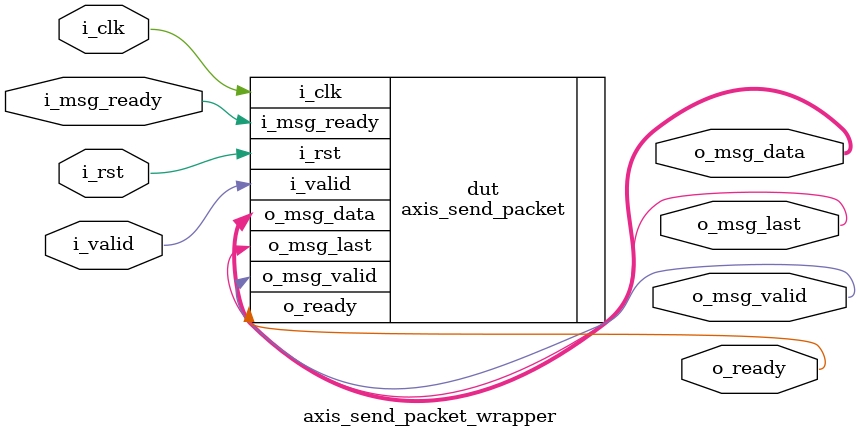
<source format=v>
module axis_send_packet_wrapper
  #(parameter DW = 8,
    parameter MSG_LEN = 2,
    parameter MSG_STR = "aa")
   (input wire		 i_clk,
    input wire		 i_rst,
    //Control IF
    input wire		 i_valid,
    output wire		 o_ready,
    //Data IF
    output wire [DW-1:0] o_msg_data,
    output wire		 o_msg_last,
    output wire		 o_msg_valid,
    input wire		 i_msg_ready);

`ifndef VERILATOR
   vlog_tb_utils vtu();
`endif

   axis_send_packet
     #(.DW      (DW),
       .MSG_LEN (MSG_LEN),
       .MSG_STR (MSG_STR))
   dut
     (.i_clk (i_clk),
      .i_rst (i_rst),
      //Control IF
      .i_valid (i_valid),
      .o_ready (o_ready),
      //Data IF
      .o_msg_data  (o_msg_data ),
      .o_msg_last  (o_msg_last ),
      .o_msg_valid (o_msg_valid),
      .i_msg_ready (i_msg_ready));

endmodule

</source>
